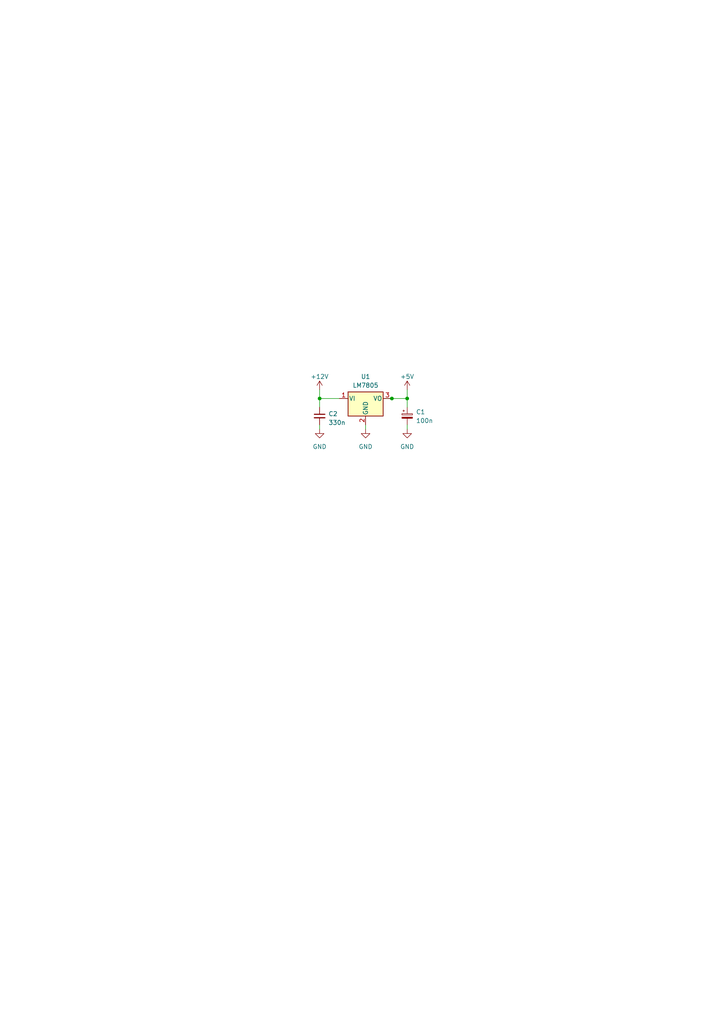
<source format=kicad_sch>
(kicad_sch (version 20230121) (generator eeschema)
  (paper "A4" portrait)
  (lib_symbols
    (symbol "Device:C_Polarized_Small" (pin_numbers hide) (pin_names (offset 0.254) hide)
      (property "Reference" "C" (at 0.254 1.778 0))
      (property "Value" "C_Polarized_Small" (at 0.254 -2.032 0))
      (symbol "C_Polarized_Small_0_1"
        (rectangle (start -1.524 -0.3048) (end 1.524 -0.6858) (fill (type outline)))
        (rectangle (start -1.524 0.6858) (end 1.524 0.3048))
        (polyline (pts (xy -1.27 1.524) (xy -0.762 1.524)))
        (polyline (pts (xy -1.016 1.27) (xy -1.016 1.778)))
      )
      (symbol "C_Polarized_Small_1_1"
        (pin passive line (at 0 2.54 270) (length 1.8542) (name "~") (number "1"))
        (pin passive line (at 0 -2.54 90) (length 1.8542) (name "~") (number "2"))
      )
    )
    (symbol "Device:C_Small" (pin_numbers hide) (pin_names (offset 0.254) hide)
      (property "Reference" "C" (at 0.254 1.778 0))
      (property "Value" "C_Small" (at 0.254 -2.032 0))
      (symbol "C_Small_0_1"
        (polyline (pts (xy -1.524 -0.508) (xy 1.524 -0.508)) (stroke (width 0.3302)))
        (polyline (pts (xy -1.524 0.508) (xy 1.524 0.508)) (stroke (width 0.3048)))
      )
      (symbol "C_Small_1_1"
        (pin passive line (at 0 2.54 270) (length 2.032) (name "~") (number "1"))
        (pin passive line (at 0 -2.54 90) (length 2.032) (name "~") (number "2"))
      )
    )
    (symbol "Regulator_Linear:LM78M05_TO220" (pin_names (offset 0.254))
      (property "Reference" "U" (at -3.81 3.175 0))
      (property "Value" "LM78M05_TO220" (at 0 3.175 0))
      (symbol "LM78M05_TO220_0_1"
        (rectangle (start -5.08 1.905) (end 5.08 -5.08) (stroke (width 0.254)) (fill (type background)))
      )
      (symbol "LM78M05_TO220_1_1"
        (pin power_in line (at -7.62 0 0) (length 2.54) (name "VI") (number "1"))
        (pin power_in line (at 0 -7.62 90) (length 2.54) (name "GND") (number "2"))
        (pin power_out line (at 7.62 0 180) (length 2.54) (name "VO") (number "3"))
      )
    )
    (symbol "power:+12V" (power) (pin_names (offset 0))
      (property "Value" "+12V" (at 0 3.556 0))
      (symbol "+12V_0_1"
        (polyline (pts (xy -0.762 1.27) (xy 0 2.54)))
        (polyline (pts (xy 0 0) (xy 0 2.54)))
        (polyline (pts (xy 0 2.54) (xy 0.762 1.27)))
      )
      (symbol "+12V_1_1"
        (pin power_in line (at 0 0 90) (length 0) hide (name "+12V") (number "1"))
      )
    )
    (symbol "power:+5V" (power) (pin_names (offset 0))
      (property "Value" "+5V" (at 0 3.556 0))
      (symbol "+5V_0_1"
        (polyline (pts (xy -0.762 1.27) (xy 0 2.54)))
        (polyline (pts (xy 0 0) (xy 0 2.54)))
        (polyline (pts (xy 0 2.54) (xy 0.762 1.27)))
      )
      (symbol "+5V_1_1"
        (pin power_in line (at 0 0 90) (length 0) hide (name "+5V") (number "1"))
      )
    )
    (symbol "power:GND" (power) (pin_names (offset 0))
      (property "Value" "GND" (at 0 -3.81 0))
      (symbol "GND_0_1"
        (polyline (pts (xy 0 0) (xy 0 -1.27) (xy 1.27 -1.27) (xy 0 -2.54) (xy -1.27 -1.27) (xy 0 -1.27)))
      )
      (symbol "GND_1_1"
        (pin power_in line (at 0 0 270) (length 0) hide (name "GND") (number "1"))
      )
    )
  )
  (junction (at 118.11 115.57))
  (junction (at 92.71 115.57))
  (junction (at 113.665 115.57))
  (wire (pts (xy 118.11 123.19) (xy 118.11 124.46)))
  (wire (pts (xy 118.11 115.57) (xy 118.11 113.03)))
  (wire (pts (xy 118.11 115.57) (xy 118.11 118.11)))
  (wire (pts (xy 92.71 123.19) (xy 92.71 124.46)))
  (wire (pts (xy 92.71 113.03) (xy 92.71 115.57)))
  (wire (pts (xy 98.425 115.57) (xy 92.71 115.57)))
  (wire (pts (xy 111.76 115.57) (xy 113.665 115.57)))
  (wire (pts (xy 113.665 115.57) (xy 118.11 115.57)))
  (wire (pts (xy 106.045 123.19) (xy 106.045 124.46)))
  (wire (pts (xy 92.71 115.57) (xy 92.71 118.11)))
  (symbol (lib_id "power:GND") (at 118.11 124.46 0) (unit 1)
    (property "Reference" "#PWR011" (effects hide))
    (property "Value" "GND" (at 118.11 129.54 0))
    (instances (project "PonchoRema" (path "" (reference "#PWR011") (unit 1)) (path "" (reference "#PWR013") (unit 1))) (project "PicoWaterTankLevelHW" (path "" (reference "#PWR011") (unit 1))))
  )
  (symbol (lib_id "power:+5V") (at 118.11 113.03 0) (unit 1)
    (property "Reference" "#PWR03" (effects hide))
    (property "Value" "+5V" (at 118.11 109.22 0))
    (instances (project "PonchoRema" (path "" (reference "#PWR03") (unit 1)) (path "" (reference "#PWR012") (unit 1))) (project "PicoWaterTankLevelHW" (path "" (reference "#PWR03") (unit 1))))
  )
  (symbol (lib_id "power:GND") (at 92.71 124.46 0) (unit 1)
    (property "Reference" "#PWR012" (effects hide))
    (property "Value" "GND" (at 92.71 129.54 0))
    (instances (project "PonchoRema" (path "" (reference "#PWR012") (unit 1)) (path "" (reference "#PWR03") (unit 1))) (project "PicoWaterTankLevelHW" (path "" (reference "#PWR012") (unit 1))))
  )
  (symbol (lib_id "Device:C_Small") (at 92.71 120.65 0) (unit 1)
    (property "Reference" "C2" (at 95.25 120.0213 0) (effects (justify left)))
    (property "Value" "330n" (at 95.25 122.5613 0) (effects (justify left)))
    (instances (project "PonchoRema" (path "" (reference "C2") (unit 1)) (path "" (reference "C?") (unit 1))) (project "PicoWaterTankLevelHW" (path "" (reference "C2") (unit 1))))
  )
  (symbol (lib_id "Device:C_Polarized_Small") (at 118.11 120.65 0) (unit 1)
    (property "Reference" "C1" (at 120.65 119.4689 0) (effects (justify left)))
    (property "Value" "100n" (at 120.65 122.0089 0) (effects (justify left)))
    (instances (project "PonchoRema" (path "" (reference "C1") (unit 1)) (path "" (reference "C?") (unit 1))) (project "PicoWaterTankLevelHW" (path "" (reference "C1") (unit 1))))
  )
  (symbol (lib_id "power:GND") (at 106.045 124.46 0) (unit 1)
    (property "Reference" "#PWR013" (effects hide))
    (property "Value" "GND" (at 106.045 129.54 0))
    (instances (project "PonchoRema" (path "" (reference "#PWR013") (unit 1)) (path "" (reference "#PWR011") (unit 1))) (project "PicoWaterTankLevelHW" (path "" (reference "#PWR013") (unit 1))))
  )
  (symbol (lib_id "Regulator_Linear:LM78M05_TO220") (at 106.045 115.57 0) (unit 1)
    (property "Reference" "U1" (at 106.045 109.22 0))
    (property "Value" "LM7805" (at 106.045 111.76 0))
    (property "Footprint" "Package_TO_SOT_THT:TO-220-3_Vertical" (effects hide))
    (property "Datasheet" "https://www.onsemi.com/pub/Collateral/MC78M00-D.PDF" (effects hide))
    (instances (project "PonchoRema" (path "" (reference "U1") (unit 1)) (path "" (reference "U?") (unit 1))) (project "PicoWaterTankLevelHW" (path "" (reference "U1") (unit 1))))
  )
  (symbol (lib_id "power:+12V") (at 92.71 113.03 0) (unit 1)
    (property "Reference" "#PWR01" (effects hide))
    (property "Value" "+12V" (at 92.71 109.22 0))
  )
)
</source>
